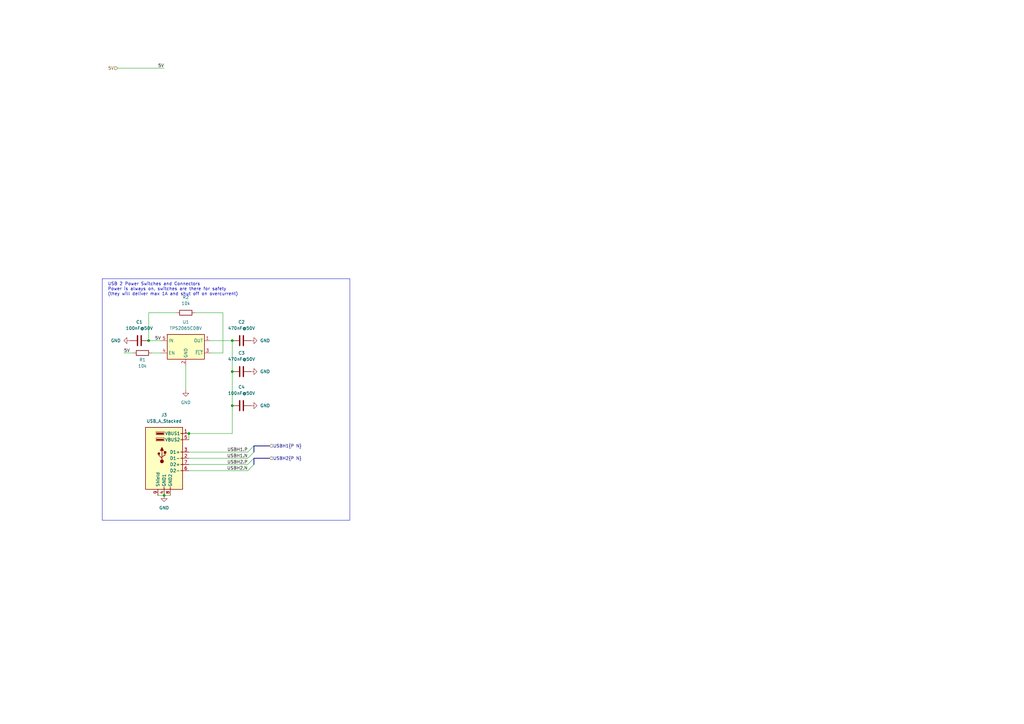
<source format=kicad_sch>
(kicad_sch (version 20231120) (generator "eeschema") (generator_version "8.0")
  (paper "A3")
  (lib_symbols
    (symbol "Connector:USB_A_Stacked" (pin_names (offset 1.016))
      (property "Reference" "J" (at 0 15.875 0))
      (property "Value" "USB_A_Stacked" (at 0 13.97 0))
      (symbol "USB_A_Stacked_0_1"
        (rectangle (start -7.62 12.7) (end 7.62 -12.7) (stroke (width 0.254)) (fill (type background)))
        (circle (center -2.159 1.905) (radius 0.381) (stroke (width 0.254)) (fill (type outline)))
        (circle (center -0.889 -1.27) (radius 0.635) (stroke (width 0.254)) (fill (type outline)))
        (rectangle (start -0.254 7.366) (end -3.048 7.874) (fill (type outline)))
        (rectangle (start -0.254 9.906) (end -3.048 10.414) (fill (type outline)))
        (rectangle (start -0.127 -12.7) (end 0.127 -11.938))
        (polyline (pts (xy -1.524 3.175) (xy -0.254 3.175) (xy -0.889 4.445) (xy -1.524 3.175)) (stroke (width 0.254)) (fill (type outline)))
        (polyline (pts (xy -0.889 -0.635) (xy -0.889 0) (xy -2.159 1.27) (xy -2.159 1.905)) (stroke (width 0.254)))
        (polyline (pts (xy -0.889 0) (xy -0.889 0.635) (xy 0.381 1.27) (xy 0.381 2.54)) (stroke (width 0.254)))
        (rectangle (start 0 2.794) (end 0.762 2.032) (stroke (width 0.254)) (fill (type outline)))
        (rectangle (start 0 7.112) (end -3.302 8.382))
        (rectangle (start 0 9.652) (end -3.302 10.922))
        (rectangle (start 2.413 -12.7) (end 2.667 -11.938))
        (rectangle (start 7.62 -5.207) (end 6.858 -4.953))
        (rectangle (start 7.62 -2.667) (end 6.858 -2.413))
        (rectangle (start 7.62 -0.127) (end 6.858 0.127))
        (rectangle (start 7.62 2.413) (end 6.858 2.667))
        (rectangle (start 7.62 7.493) (end 6.858 7.747))
        (rectangle (start 7.62 10.033) (end 6.858 10.287))
      )
      (symbol "USB_A_Stacked_1_1"
        (polyline (pts (xy -0.889 0.635) (xy -0.889 3.175)) (stroke (width 0.254)))
        (pin power_in line (at 10.16 10.16 180) (length 2.54) (name "VBUS1") (number "1"))
        (pin bidirectional line (at 10.16 0 180) (length 2.54) (name "D1-") (number "2"))
        (pin bidirectional line (at 10.16 2.54 180) (length 2.54) (name "D1+") (number "3"))
        (pin power_in line (at 0 -15.24 90) (length 2.54) (name "GND1") (number "4"))
        (pin power_in line (at 10.16 7.62 180) (length 2.54) (name "VBUS2") (number "5"))
        (pin bidirectional line (at 10.16 -5.08 180) (length 2.54) (name "D2-") (number "6"))
        (pin bidirectional line (at 10.16 -2.54 180) (length 2.54) (name "D2+") (number "7"))
        (pin power_in line (at 2.54 -15.24 90) (length 2.54) (name "GND2") (number "8"))
        (pin passive line (at -2.54 -15.24 90) (length 2.54) (name "Shield") (number "9"))
      )
    )
    (symbol "Device:C" (pin_numbers hide) (pin_names (offset 0.254))
      (property "Reference" "C" (at 0.635 2.54 0))
      (property "Value" "C" (at 0.635 -2.54 0))
      (symbol "C_0_1"
        (polyline (pts (xy -2.032 -0.762) (xy 2.032 -0.762)) (stroke (width 0.508)))
        (polyline (pts (xy -2.032 0.762) (xy 2.032 0.762)) (stroke (width 0.508)))
      )
      (symbol "C_1_1"
        (pin passive line (at 0 3.81 270) (length 2.794) (name "~") (number "1"))
        (pin passive line (at 0 -3.81 90) (length 2.794) (name "~") (number "2"))
      )
    )
    (symbol "Device:R" (pin_numbers hide) (pin_names (offset 0))
      (property "Reference" "R" (at 2.032 0 90))
      (property "Value" "R" (at 0 0 90))
      (symbol "R_0_1"
        (rectangle (start -1.016 -2.54) (end 1.016 2.54) (stroke (width 0.254)))
      )
      (symbol "R_1_1"
        (pin passive line (at 0 3.81 270) (length 1.27) (name "~") (number "1"))
        (pin passive line (at 0 -3.81 90) (length 1.27) (name "~") (number "2"))
      )
    )
    (symbol "Power_Management:TPS2065CDBV"
      (property "Reference" "U" (at -7.62 -6.35 0))
      (property "Value" "TPS2065CDBV" (at -7.62 6.35 0))
      (symbol "TPS2065CDBV_0_1"
        (rectangle (start -7.62 5.08) (end 7.62 -5.08) (stroke (width 0.254)) (fill (type background)))
      )
      (symbol "TPS2065CDBV_1_1"
        (pin power_out line (at 10.16 2.54 180) (length 2.54) (name "OUT") (number "1"))
        (pin power_in line (at 0 -7.62 90) (length 2.54) (name "GND") (number "2"))
        (pin open_collector line (at 10.16 -2.54 180) (length 2.54) (name "~{FLT}") (number "3"))
        (pin input line (at -10.16 -2.54 0) (length 2.54) (name "EN") (number "4"))
        (pin power_in line (at -10.16 2.54 0) (length 2.54) (name "IN") (number "5"))
      )
    )
    (symbol "power:GND" (power) (pin_numbers hide) (pin_names (offset 0) hide)
      (property "Value" "GND" (at 0 -3.81 0))
      (symbol "GND_0_1"
        (polyline (pts (xy 0 0) (xy 0 -1.27) (xy 1.27 -1.27) (xy 0 -2.54) (xy -1.27 -1.27) (xy 0 -1.27)))
      )
      (symbol "GND_1_1"
        (pin power_in line (at 0 0 270) (length 0) (name "~") (number "1"))
      )
    )
  )
  (bus_alias "ETH_TPI" (members "PAIR_A_N" "PAIR_A_P" "PAIR_B_N" "PAIR_B_P" "PAIR_C_N" "PAIR_C_P" "PAIR_D_N" "PAIR_D_P" "LED_Y" "LED_G"))
  (junction (at 95.25 166.37))
  (junction (at 95.25 139.7))
  (junction (at 67.31 203.2))
  (junction (at 60.96 139.7))
  (junction (at 77.47 177.8))
  (junction (at 95.25 152.4))
  (bus_entry (at 101.6 185.42) (size 2.54 -2.54))
  (bus_entry (at 101.6 193.04) (size 2.54 -2.54))
  (bus_entry (at 101.6 190.5) (size 2.54 -2.54))
  (bus_entry (at 101.6 187.96) (size 2.54 -2.54))
  (wire (pts (xy 64.77 203.2) (xy 67.31 203.2)))
  (wire (pts (xy 95.25 166.37) (xy 95.25 177.8)))
  (wire (pts (xy 77.47 193.04) (xy 101.6 193.04)))
  (wire (pts (xy 48.26 27.94) (xy 67.31 27.94)))
  (wire (pts (xy 77.47 187.96) (xy 101.6 187.96)))
  (wire (pts (xy 86.36 139.7) (xy 95.25 139.7)))
  (wire (pts (xy 86.36 144.78) (xy 91.44 144.78)))
  (wire (pts (xy 60.96 139.7) (xy 66.04 139.7)))
  (wire (pts (xy 76.2 149.86) (xy 76.2 160.02)))
  (bus (pts (xy 104.14 182.88) (xy 104.14 185.42)))
  (bus (pts (xy 104.14 187.96) (xy 104.14 190.5)))
  (wire (pts (xy 67.31 203.2) (xy 69.85 203.2)))
  (bus (pts (xy 110.49 182.88) (xy 104.14 182.88)))
  (wire (pts (xy 72.39 128.27) (xy 60.96 128.27)))
  (wire (pts (xy 95.25 152.4) (xy 95.25 166.37)))
  (bus (pts (xy 110.49 187.96) (xy 104.14 187.96)))
  (wire (pts (xy 50.8 144.78) (xy 54.61 144.78)))
  (wire (pts (xy 77.47 190.5) (xy 101.6 190.5)))
  (wire (pts (xy 77.47 177.8) (xy 95.25 177.8)))
  (wire (pts (xy 60.96 128.27) (xy 60.96 139.7)))
  (wire (pts (xy 66.04 144.78) (xy 62.23 144.78)))
  (wire (pts (xy 91.44 144.78) (xy 91.44 128.27)))
  (wire (pts (xy 77.47 180.34) (xy 77.47 177.8)))
  (wire (pts (xy 77.47 185.42) (xy 101.6 185.42)))
  (wire (pts (xy 95.25 139.7) (xy 95.25 152.4)))
  (wire (pts (xy 91.44 128.27) (xy 80.01 128.27)))
  (rectangle (start 41.91 114.3) (end 143.51 213.36))
  (text "USB 2 Power Switches and Connectors\nPower is always on, switches are there for safety\n(they will deliver max 1A and shut off on overcurrent)" (at 44.196 118.618 0) (effects (font (size 1.27 1.27)) (justify left)))
  (label "USBH2.P" (at 101.6 190.5 180))
  (label "USBH2.N" (at 101.6 193.04 180))
  (label "5V" (at 50.8 144.78 0))
  (label "USBH1.N" (at 101.6 187.96 180))
  (label "5V" (at 66.04 139.7 180))
  (label "5V" (at 67.31 27.94 180))
  (label "USBH1.P" (at 101.6 185.42 180))
  (hierarchical_label "5V" (shape input) (at 48.26 27.94 180))
  (hierarchical_label "USBH1{P N}" (shape input) (at 110.49 182.88 0))
  (hierarchical_label "USBH2{P N}" (shape input) (at 110.49 187.96 0))
  (symbol (lib_id "Device:R") (at 58.42 144.78 270) (mirror x) (unit 1)
    (property "Reference" "R1" (at 58.42 147.574 90))
    (property "Value" "10k" (at 58.42 150.114 90))
    (property "Footprint" "Resistor_SMD:R_0402_1005Metric" (effects (hide yes)))
    (property "Description" "Resistor" (effects (hide yes)))
    (property "JLC" "C25744" (effects (hide yes)))
  )
  (symbol (lib_id "Device:C") (at 99.06 152.4 90) (unit 1)
    (property "Reference" "C3" (at 99.06 144.78 90))
    (property "Value" "470nF@50V" (at 99.06 147.32 90))
    (property "Footprint" "Capacitor_SMD:C_0805_2012Metric" (effects (hide yes)))
    (property "Description" "Unpolarized capacitor" (effects (hide yes)))
    (property "JLC" "C13967" (effects (hide yes)))
  )
  (symbol (lib_id "Device:C") (at 99.06 139.7 90) (unit 1)
    (property "Reference" "C2" (at 99.06 132.08 90))
    (property "Value" "470nF@50V" (at 99.06 134.62 90))
    (property "Footprint" "Capacitor_SMD:C_0805_2012Metric" (effects (hide yes)))
    (property "Description" "Unpolarized capacitor" (effects (hide yes)))
    (property "JLC" "C13967" (effects (hide yes)))
  )
  (symbol (lib_id "Device:C") (at 99.06 166.37 270) (unit 1)
    (property "Reference" "C4" (at 99.06 158.75 90))
    (property "Value" "100nF@50V" (at 99.06 161.29 90))
    (property "Footprint" "Capacitor_SMD:C_0402_1005Metric" (effects (hide yes)))
    (property "Description" "Unpolarized capacitor" (effects (hide yes)))
    (property "JLC" "C307331" (effects (hide yes)))
    (property "LCSC" "C307331" (effects (hide yes)))
  )
  (symbol (lib_id "Power_Management:TPS2065CDBV") (at 76.2 142.24 0) (unit 1)
    (property "Reference" "U1" (at 76.2 132.08 0))
    (property "Value" "TPS2065CDBV" (at 76.2 134.62 0))
    (property "Footprint" "Package_TO_SOT_SMD:SOT-23-5" (effects (hide yes)))
    (property "Datasheet" "https://www.ti.com/lit/ds/symlink/tps2051c.pdf" (effects (hide yes)))
    (property "Description" "1A Current limited power switch, single channel, output discharge, reverse blocking, SOT-23-5" (effects (hide yes)))
    (property "JLC" "C353882" (effects (hide yes)))
  )
  (symbol (lib_id "power:GND") (at 102.87 139.7 90) (mirror x) (unit 1)
    (property "Reference" "#PWR08" (effects (hide yes)))
    (property "Value" "GND" (at 106.68 139.6999 90) (effects (justify right)))
    (property "Description" "Power symbol creates a global label with name \"GND\" , ground" (effects (hide yes)))
  )
  (symbol (lib_id "Device:C") (at 57.15 139.7 270) (unit 1)
    (property "Reference" "C1" (at 57.15 132.08 90))
    (property "Value" "100nF@50V" (at 57.15 134.62 90))
    (property "Footprint" "Capacitor_SMD:C_0402_1005Metric" (effects (hide yes)))
    (property "Description" "Unpolarized capacitor" (effects (hide yes)))
    (property "JLC" "C307331" (effects (hide yes)))
    (property "LCSC" "C307331" (effects (hide yes)))
  )
  (symbol (lib_id "power:GND") (at 102.87 152.4 90) (mirror x) (unit 1)
    (property "Reference" "#PWR09" (effects (hide yes)))
    (property "Value" "GND" (at 106.68 152.3999 90) (effects (justify right)))
    (property "Description" "Power symbol creates a global label with name \"GND\" , ground" (effects (hide yes)))
  )
  (symbol (lib_id "Connector:USB_A_Stacked") (at 67.31 187.96 0) (unit 1)
    (property "Reference" "J3" (at 67.31 170.18 0))
    (property "Value" "USB_A_Stacked" (at 67.31 172.72 0))
    (property "Footprint" "Connector_USB:USB_A_Wuerth_61400826021_Horizontal_Stacked" (effects (hide yes)))
    (property "Description" "USB Type A connector, stacked" (effects (hide yes)))
    (property "JLC" "C720548" (effects (hide yes)))
  )
  (symbol (lib_id "Device:R") (at 76.2 128.27 90) (mirror x) (unit 1)
    (property "Reference" "R2" (at 76.2 121.92 90))
    (property "Value" "10k" (at 76.2 124.46 90))
    (property "Footprint" "Resistor_SMD:R_0402_1005Metric" (effects (hide yes)))
    (property "Description" "Resistor" (effects (hide yes)))
    (property "JLC" "C25744" (effects (hide yes)))
  )
  (symbol (lib_id "power:GND") (at 53.34 139.7 270) (mirror x) (unit 1)
    (property "Reference" "#PWR05" (effects (hide yes)))
    (property "Value" "GND" (at 49.53 139.6999 90) (effects (justify right)))
    (property "Description" "Power symbol creates a global label with name \"GND\" , ground" (effects (hide yes)))
  )
  (symbol (lib_id "power:GND") (at 102.87 166.37 90) (mirror x) (unit 1)
    (property "Reference" "#PWR010" (effects (hide yes)))
    (property "Value" "GND" (at 106.68 166.3699 90) (effects (justify right)))
    (property "Description" "Power symbol creates a global label with name \"GND\" , ground" (effects (hide yes)))
  )
  (symbol (lib_id "power:GND") (at 67.31 203.2 0) (mirror y) (unit 1)
    (property "Reference" "#PWR06" (effects (hide yes)))
    (property "Value" "GND" (at 67.31 208.28 0))
    (property "Description" "Power symbol creates a global label with name \"GND\" , ground" (effects (hide yes)))
  )
  (symbol (lib_id "power:GND") (at 76.2 160.02 0) (mirror y) (unit 1)
    (property "Reference" "#PWR07" (effects (hide yes)))
    (property "Value" "GND" (at 76.2 165.1 0))
    (property "Description" "Power symbol creates a global label with name \"GND\" , ground" (effects (hide yes)))
  )
)
</source>
